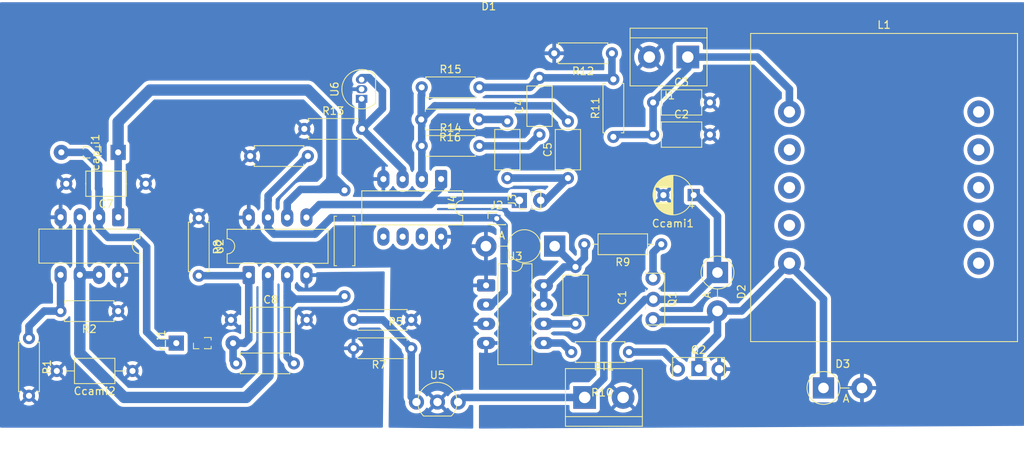
<source format=kicad_pcb>
(kicad_pcb (version 20241229) (generator "pcbnew") (generator_version "9.0")
  (layers (0 "F.Cu" signal) (2 "B.Cu" signal) (13 "F.Paste" user) (15 "B.Paste" user) (5 "F.SilkS" user "F.Silkscreen") (7 "B.SilkS" user "B.Silkscreen") (1 "F.Mask" user) (3 "B.Mask" user) (25 "Edge.Cuts" user))
  (net 0 "")
  (net 1 "Vref")
  (net 2 "GND")
  (net 3 "Net-(U1A--)")
  (net 4 "Net-(U2B--)")
  (net 5 "Net-(r_i1-Pin_2)")
  (net 6 "Net-(U2A-+)")
  (net 7 "Vin")
  (net 8 "Net-(U1A-+)")
  (net 9 "Net-(U1B-+)")
  (net 10 "Net-(U3-VS)")
  (net 11 "Net-(D1-K)")
  (net 12 "Net-(J1-Pin_1)")
  (net 13 "Net-(C4-Pad2)")
  (net 14 "Net-(C4-Pad1)")
  (net 15 "Net-(U4A--)")
  (net 16 "Net-(C6-Pad2)")
  (net 17 "Vreg")
  (net 18 "Net-(D2-A)")
  (net 19 "Net-(Q1-G)")
  (net 20 "Net-(Q2-G)")
  (net 21 "Net-(U5-ADJ)")
  (net 22 "Net-(J2-Pin_1)")
  (net 23 "Net-(U3-LO)")
  (net 24 "Net-(U4A-+)")
  (net 25 "Net-(J3-Pin_2)")
  (footprint "Package_TO_SOT_THT:SIPAK_Vertical" (layer "F.Cu") (at 164.965 103.51)
    (property "Reference" "Q2" (at 2.286 -2.54 0) (layer "F.SilkS"))
    (property "Value" "NMOS")
    (pad "1" thru_hole rect (at 2.340846 -0.0785) (size 2 2) (drill 1.1) (layers "*.Cu" "*.Mask") (net 18 "Net-(D2-A)"))
    (pad "2" thru_hole oval (at -0.5 0) (size 2 2) (drill 1.1) (layers "*.Cu" "*.Mask") (net 20 "Net-(Q2-G)"))
    (pad "3" thru_hole oval (at 5 0) (size 2 2) (drill 1.1) (layers "*.Cu" "*.Mask") (net 2 "GND"))
  )
  (footprint "Diode_THT:D_5W_P5.08mm_Vertical_AnodeUp" (layer "F.Cu") (at 169.75 90.73995 -90)
    (property "Reference" "D2" (at 2.54 -3.174899 90) (layer "F.SilkS"))
    (property "Value" "D")
    (fp_text user "A" (at 2.98 1.4 90) (layer "F.SilkS"))
    (pad "1" thru_hole rect (at 0 0 270) (size 2.8 2.8) (drill 1.4) (layers "*.Cu" "*.Mask") (net 7 "Vin"))
    (pad "2" thru_hole oval (at 5.08 0 270) (size 2.8 2.8) (drill 1.4) (layers "*.Cu" "*.Mask") (net 18 "Net-(D2-A)"))
  )
  (footprint "Resistor_THT:R_Axial_DIN0207_L6.3mm_D2.5mm_P7.62mm_Horizontal" (layer "F.Cu") (at 150.44 101.25)
    (property "Reference" "R10" (at 4.08 5.36 0) (layer "F.SilkS"))
    (property "Value" "R")
    (pad "1" thru_hole circle (at 0 0) (size 1.6 1.6) (drill 0.8) (layers "*.Cu" "*.Mask") (net 23 "Net-(U3-LO)"))
    (pad "2" thru_hole oval (at 7.62 0) (size 1.6 1.6) (drill 0.8) (layers "*.Cu" "*.Mask") (net 20 "Net-(Q2-G)"))
  )
  (footprint "Resistor_THT:R_Axial_DIN0207_L6.3mm_D2.5mm_P7.62mm_Horizontal" (layer "F.Cu") (at 101.25 83.54 -90)
    (property "Reference" "R8" (at 3.84 -2.48 90) (layer "F.SilkS"))
    (property "Value" "R" (hide yes))
    (pad "1" thru_hole circle (at 0 0 270) (size 1.6 1.6) (drill 0.8) (layers "*.Cu" "*.Mask") (net 17 "Vreg"))
    (pad "2" thru_hole circle (at 7.62 0 270) (size 1.6 1.6) (drill 0.8) (layers "*.Cu" "*.Mask") (net 5 "Net-(r_i1-Pin_2)"))
  )
  (footprint "Resistor_THT:R_Axial_DIN0207_L6.3mm_D2.5mm_P7.62mm_Horizontal" (layer "F.Cu") (at 129.31 97 180)
    (property "Reference" "R5" (at 2.06 -0.25 0) (layer "F.SilkS"))
    (property "Value" "R")
    (pad "1" thru_hole circle (at 0 0 180) (size 1.6 1.6) (drill 0.8) (layers "*.Cu" "*.Mask") (net 17 "Vreg"))
    (pad "2" thru_hole oval (at 7.62 0 180) (size 1.6 1.6) (drill 0.8) (layers "*.Cu" "*.Mask") (net 21 "Net-(U5-ADJ)"))
  )
  (footprint "Capacitor_THT:C_Axial_L5.1mm_D3.1mm_P7.50mm_Horizontal" (layer "F.Cu") (at 161.25 68.25)
    (property "Reference" "C3" (at 3.75 -2.67 0) (layer "F.SilkS"))
    (property "Value" "C")
    (pad "1" thru_hole circle (at 0 0) (size 1.6 1.6) (drill 0.8) (layers "*.Cu" "*.Mask") (net 12 "Net-(J1-Pin_1)"))
    (pad "2" thru_hole circle (at 7.5 0) (size 1.6 1.6) (drill 0.8) (layers "*.Cu" "*.Mask") (net 2 "GND"))
  )
  (footprint "Capacitor_THT:C_Axial_L5.1mm_D3.1mm_P7.50mm_Horizontal" (layer "F.Cu") (at 92.75 79 180)
    (property "Reference" "C7" (at 3.75 -2.67 0) (layer "F.SilkS"))
    (property "Value" "C")
    (pad "1" thru_hole circle (at -1.5 0 180) (size 1.6 1.6) (drill 0.8) (layers "*.Cu" "*.Mask") (net 17 "Vreg"))
    (pad "2" thru_hole circle (at 9 0 180) (size 1.6 1.6) (drill 0.8) (layers "*.Cu" "*.Mask") (net 2 "GND"))
  )
  (footprint "Package_TO_SOT_THT:TO-92_Inline" (layer "F.Cu") (at 122.75 67.77 90)
    (property "Reference" "U6" (at 1.27 -3.56 90) (layer "F.SilkS"))
    (property "Value" "TL431LP")
    (pad "1" thru_hole rect (at 0 0 90) (size 1.05 1.5) (drill 0.75) (layers "*.Cu" "*.Mask") (net 24 "Net-(U4A-+)"))
    (pad "2" thru_hole oval (at 1.27 0 90) (size 1.05 1.5) (drill 0.75) (layers "*.Cu" "*.Mask") (net 2 "GND"))
    (pad "3" thru_hole oval (at 2.54 0 90) (size 1.05 1.5) (drill 0.75) (layers "*.Cu" "*.Mask") (net 24 "Net-(U4A-+)"))
  )
  (footprint "Resistor_THT:R_Axial_DIN0207_L6.3mm_D2.5mm_P7.62mm_Horizontal" (layer "F.Cu") (at 138.25 70.5 180)
    (property "Reference" "R16" (at 3.81 -2.37 0) (layer "F.SilkS"))
    (property "Value" "R")
    (pad "1" thru_hole circle (at 0 0 180) (size 1.6 1.6) (drill 0.8) (layers "*.Cu" "*.Mask") (net 16 "Net-(C6-Pad2)"))
    (pad "2" thru_hole oval (at 7.62 0 180) (size 1.6 1.6) (drill 0.8) (layers "*.Cu" "*.Mask") (net 15 "Net-(U4A--)"))
  )
  (footprint "Connector_PinHeader_1.27mm:PinHeader_1x02_P1.27mm_Vertical" (layer "F.Cu") (at 144.4 81.2 90)
    (property "Reference" "J3" (at 0 -1.745 90) (layer "F.SilkS"))
    (property "Value" "Conn_01x02")
    (pad "1" thru_hole rect (at 0 -0.81 90) (size 2 2) (drill 1) (layers "*.Cu" "*.Mask") (net 1 "Vref"))
    (pad "2" thru_hole circle (at 0 2 90) (size 2 2) (drill 1) (layers "*.Cu" "*.Mask") (net 25 "Net-(J3-Pin_2)"))
  )
  (footprint "Package_DIP:CERDIP-8_W7.62mm_SideBrazed_LongPads" (layer "F.Cu") (at 139.19 92.44)
    (property "Reference" "U3" (at 3.81 -3.855 0) (layer "F.SilkS"))
    (property "Value" "IR2104")
    (pad "1" thru_hole roundrect (at 0 0) (size 2.4 1.6) (drill 0.8) (layers "*.Cu" "*.Mask") (roundrect_rratio 0.15625) (net 17 "Vreg"))
    (pad "2" thru_hole oval (at 0 2.54) (size 2.4 1.6) (drill 0.8) (layers "*.Cu" "*.Mask") (net 22 "Net-(J2-Pin_1)"))
    (pad "3" thru_hole oval (at 0 5.08) (size 2.4 1.6) (drill 0.8) (layers "*.Cu" "*.Mask") (net 17 "Vreg"))
    (pad "4" thru_hole oval (at 0 7.62) (size 2.4 1.6) (drill 0.8) (layers "*.Cu" "*.Mask") (net 2 "GND"))
    (pad "5" thru_hole oval (at 7.62 7.62) (size 2.4 1.6) (drill 0.8) (layers "*.Cu" "*.Mask") (net 23 "Net-(U3-LO)"))
    (pad "6" thru_hole oval (at 7.62 5.08) (size 2.4 1.6) (drill 0.8) (layers "*.Cu" "*.Mask") (net 10 "Net-(U3-VS)"))
    (pad "7" thru_hole oval (at 7.62 2.54) (size 2.4 1.6) (drill 0.8) (layers "*.Cu" "*.Mask") (net 11 "Net-(D1-K)"))
    (pad "8" thru_hole oval (at 7.62 0) (size 2.4 1.6) (drill 0.8) (layers "*.Cu" "*.Mask") (net 11 "Net-(D1-K)"))
  )
  (footprint "Resistor_THT:R_Axial_DIN0207_L6.3mm_D2.5mm_P7.62mm_Horizontal" (layer "F.Cu") (at 90.6 95.84 180)
    (property "Reference" "R2" (at 3.81 -2.37 0) (layer "F.SilkS"))
    (property "Value" "100k")
    (pad "1" thru_hole circle (at 0 0 180) (size 1.6 1.6) (drill 0.8) (layers "*.Cu" "*.Mask") (net 17 "Vreg"))
    (pad "2" thru_hole circle (at 7.62 0 180) (size 1.6 1.6) (drill 0.8) (layers "*.Cu" "*.Mask") (net 9 "Net-(U1B-+)"))
  )
  (footprint "Capacitor_THT:C_Axial_L5.1mm_D3.1mm_P7.50mm_Horizontal" (layer "F.Cu") (at 146.25 72.5 90)
    (property "Reference" "C4" (at 3.75 -2.67 90) (layer "F.SilkS"))
    (property "Value" "C")
    (pad "1" thru_hole circle (at 0 0 90) (size 1.6 1.6) (drill 0.8) (layers "*.Cu" "*.Mask") (net 14 "Net-(C4-Pad1)"))
    (pad "2" thru_hole circle (at 7.5 0 90) (size 1.6 1.6) (drill 0.8) (layers "*.Cu" "*.Mask") (net 13 "Net-(C4-Pad2)"))
  )
  (footprint "Package_DIP:CERDIP-8_W7.62mm_SideBrazed_LongPads" (layer "F.Cu") (at 90.62 83.43 -90)
    (property "Reference" "U1" (hide yes))
    (property "Value" "TL072")
    (pad "1" thru_hole roundrect (at 0 0 270) (size 2.4 1.6) (drill 0.8) (layers "*.Cu" "*.Mask") (roundrect_rratio 0.15625) (net 4 "Net-(U2B--)"))
    (pad "2" thru_hole oval (at 0 2.54 270) (size 2.4 1.6) (drill 0.8) (layers "*.Cu" "*.Mask") (net 3 "Net-(U1A--)"))
    (pad "3" thru_hole oval (at 0 5.08 270) (size 2.4 1.6) (drill 0.8) (layers "*.Cu" "*.Mask") (net 8 "Net-(U1A-+)"))
    (pad "4" thru_hole oval (at 0 7.62 270) (size 2.4 1.6) (drill 0.8) (layers "*.Cu" "*.Mask") (net 2 "GND"))
    (pad "5" thru_hole oval (at 7.62 7.62 270) (size 2.4 1.6) (drill 0.8) (layers "*.Cu" "*.Mask") (net 9 "Net-(U1B-+)"))
    (pad "6" thru_hole oval (at 7.62 5.08 270) (size 2.4 1.6) (drill 0.8) (layers "*.Cu" "*.Mask") (net 8 "Net-(U1A-+)"))
    (pad "7" thru_hole oval (at 7.62 2.54 270) (size 2.4 1.6) (drill 0.8) (layers "*.Cu" "*.Mask") (net 8 "Net-(U1A-+)"))
    (pad "8" thru_hole oval (at 7.62 0 270) (size 2.4 1.6) (drill 0.8) (layers "*.Cu" "*.Mask") (net 17 "Vreg"))
  )
  (footprint "Resistor_THT:R_Axial_DIN0207_L6.3mm_D2.5mm_P7.62mm_Horizontal" (layer "F.Cu") (at 78.83 99.41 -90)
    (property "Reference" "R1" (at 3.81 -2.37 90) (layer "F.SilkS"))
    (property "Value" "R")
    (pad "1" thru_hole circle (at 0 0 270) (size 1.6 1.6) (drill 0.8) (layers "*.Cu" "*.Mask") (net 9 "Net-(U1B-+)"))
    (pad "2" thru_hole circle (at 7.62 0 270) (size 1.6 1.6) (drill 0.8) (layers "*.Cu" "*.Mask") (net 2 "GND"))
  )
  (footprint "Capacitor_THT:C_Axial_L5.1mm_D3.1mm_P7.50mm_Horizontal" (layer "F.Cu") (at 107 97)
    (property "Reference" "C8" (at 3.75 -2.67 0) (layer "F.SilkS"))
    (property "Value" "C")
    (pad "1" thru_hole circle (at -1.5 0) (size 1.6 1.6) (drill 0.8) (layers "*.Cu" "*.Mask") (net 17 "Vreg"))
    (pad "2" thru_hole circle (at 8.5 0) (size 1.6 1.6) (drill 0.8) (layers "*.Cu" "*.Mask") (net 2 "GND"))
  )
  (footprint "Capacitor_THT:C_Axial_L5.1mm_D3.1mm_P7.50mm_Horizontal" (layer "F.Cu") (at 161.25 72.5)
    (property "Reference" "C2" (at 3.75 -2.67 0) (layer "F.SilkS"))
    (property "Value" "C")
    (pad "1" thru_hole circle (at 0 0) (size 1.6 1.6) (drill 0.8) (layers "*.Cu" "*.Mask") (net 12 "Net-(J1-Pin_1)"))
    (pad "2" thru_hole circle (at 7.5 0) (size 1.6 1.6) (drill 0.8) (layers "*.Cu" "*.Mask") (net 2 "GND"))
  )
  (footprint "Transformer_THT:Transformer_CHK_EI38-3VA_Neutral" (layer "F.Cu") (at 179.25 89.5)
    (property "Reference" "L1" (at 12.5 -31.5 0) (layer "F.SilkS"))
    (property "Value" "L")
    (pad "1" thru_hole circle (at 0 -20) (size 3 3) (drill 1.5) (layers "*.Cu" "*.Mask") (net 12 "Net-(J1-Pin_1)"))
    (pad "2" thru_hole circle (at 0 0) (size 3 3) (drill 1.5) (layers "*.Cu" "*.Mask") (net 18 "Net-(D2-A)"))
    (pad "3" thru_hole circle (at 0 -10) (size 3 3) (drill 1.5) (layers "*.Cu" "*.Mask"))
    (pad "4" thru_hole circle (at 0 -15) (size 3 3) (drill 1.5) (layers "*.Cu" "*.Mask"))
    (pad "5" thru_hole circle (at 0 -5) (size 3 3) (drill 1.5) (layers "*.Cu" "*.Mask"))
    (pad "6" thru_hole circle (at 25 -20) (size 3 3) (drill 1.5) (layers "*.Cu" "*.Mask"))
    (pad "7" thru_hole circle (at 25 -15) (size 3 3) (drill 1.5) (layers "*.Cu" "*.Mask"))
    (pad "8" thru_hole circle (at 25 -10) (size 3 3) (drill 1.5) (layers "*.Cu" "*.Mask"))
    (pad "9" thru_hole circle (at 25 -5) (size 3 3) (drill 1.5) (layers "*.Cu" "*.Mask"))
    (pad "10" thru_hole circle (at 25 0) (size 3 3) (drill 1.5) (layers "*.Cu" "*.Mask"))
  )
  (footprint "Capacitor_THT:C_Axial_L5.1mm_D3.1mm_P10.00mm_Horizontal" (layer "F.Cu") (at 92.5 103.75 180)
    (property "Reference" "Ccami2" (at 5 -2.67 0) (layer "F.SilkS"))
    (property "Value" "10u")
    (pad "1" thru_hole circle (at 0 0 180) (size 1.6 1.6) (drill 0.8) (layers "*.Cu" "*.Mask") (net 17 "Vreg"))
    (pad "2" thru_hole circle (at 10 0 180) (size 1.6 1.6) (drill 0.8) (layers "*.Cu" "*.Mask") (net 2 "GND"))
  )
  (footprint "Package_TO_SOT_THT:TO-92_Inline" (layer "F.Cu") (at 131.5 107.86)
    (property "Reference" "U5" (at 1.27 -3.56 0) (layer "F.SilkS"))
    (property "Value" "LM317L_SOT-89")
    (pad "1" thru_hole circle (at -1.5 0) (size 2 2) (drill 1.1) (layers "*.Cu" "*.Mask") (net 21 "Net-(U5-ADJ)"))
    (pad "2" thru_hole circle (at 1.27 0) (size 2 2) (drill 1.1) (layers "*.Cu" "*.Mask") (net 17 "Vreg"))
    (pad "3" thru_hole circle (at 4 0) (size 2 2) (drill 1.1) (layers "*.Cu" "*.Mask") (net 7 "Vin"))
  )
  (footprint "Resistor_THT:R_Axial_DIN0207_L6.3mm_D2.5mm_P7.62mm_Horizontal" (layer "F.Cu") (at 156 72.81 90)
    (property "Reference" "R11" (at 3.81 -2.37 90) (layer "F.SilkS"))
    (property "Value" "R")
    (pad "1" thru_hole circle (at 0 0 90) (size 1.6 1.6) (drill 0.8) (layers "*.Cu" "*.Mask") (net 12 "Net-(J1-Pin_1)"))
    (pad "2" thru_hole oval (at 7.62 0 90) (size 1.6 1.6) (drill 0.8) (layers "*.Cu" "*.Mask") (net 13 "Net-(C4-Pad2)"))
  )
  (footprint "Capacitor_THT:C_Axial_L5.1mm_D3.1mm_P7.50mm_Horizontal" (layer "F.Cu") (at 150 78.25 90)
    (property "Reference" "C5" (at 3.75 -2.67 90) (layer "F.SilkS"))
    (property "Value" "C")
    (pad "1" thru_hole circle (at 0 0 90) (size 1.6 1.6) (drill 0.8) (layers "*.Cu" "*.Mask") (net 25 "Net-(J3-Pin_2)"))
    (pad "2" thru_hole circle (at 7.5 0 90) (size 1.6 1.6) (drill 0.8) (layers "*.Cu" "*.Mask") (net 15 "Net-(U4A--)"))
  )
  (footprint "Diode_THT:D_5W_P5.08mm_Vertical_AnodeUp" (layer "F.Cu") (at 183.75 106)
    (property "Reference" "D3" (at 2.54 -3.174899 0) (layer "F.SilkS"))
    (property "Value" "D")
    (fp_text user "A" (at 2.98 1.4 0) (layer "F.SilkS"))
    (pad "1" thru_hole rect (at 0 0) (size 2.8 2.8) (drill 1.4) (layers "*.Cu" "*.Mask") (net 18 "Net-(D2-A)"))
    (pad "2" thru_hole oval (at 5.08 0) (size 2.8 2.8) (drill 1.4) (layers "*.Cu" "*.Mask") (net 2 "GND"))
  )
  (footprint "Resistor_THT:R_Axial_DIN0207_L6.3mm_D2.5mm_P7.62mm_Horizontal" (layer "F.Cu") (at 113.81 102.75 180)
    (property "Reference" "R3" (hide yes))
    (property "Value" "50k" (hide yes))
    (pad "1" thru_hole circle (at 0 0 180) (size 1.6 1.6) (drill 0.8) (layers "*.Cu" "*.Mask") (net 6 "Net-(U2A-+)"))
    (pad "2" thru_hole circle (at 7.62 0 180) (size 1.6 1.6) (drill 0.8) (layers "*.Cu" "*.Mask") (net 5 "Net-(r_i1-Pin_2)"))
  )
  (footprint "Resistor_THT:R_Axial_DIN0207_L6.3mm_D2.5mm_P7.62mm_Horizontal" (layer "F.Cu") (at 130.69 66.25)
    (property "Reference" "R15" (at 3.81 -2.37 0) (layer "F.SilkS"))
    (property "Value" "R")
    (pad "1" thru_hole circle (at 0 0) (size 1.6 1.6) (drill 0.8) (layers "*.Cu" "*.Mask") (net 15 "Net-(U4A--)"))
    (pad "2" thru_hole oval (at 7.62 0) (size 1.6 1.6) (drill 0.8) (layers "*.Cu" "*.Mask") (net 13 "Net-(C4-Pad2)"))
  )
  (footprint "TerminalBlock:TerminalBlock_bornier-2_P5.08mm" (layer "F.Cu") (at 165.83 62.25 180)
    (property "Reference" "J1" (at 2.54 -5.08 0) (layer "F.SilkS"))
    (property "Value" "Conn_01x02_Pin")
    (pad "1" thru_hole rect (at 0 0 180) (size 3 3) (drill 1.52) (layers "*.Cu" "*.Mask") (net 12 "Net-(J1-Pin_1)"))
    (pad "2" thru_hole circle (at 5.08 0 180) (size 3 3) (drill 1.52) (layers "*.Cu" "*.Mask") (net 2 "GND"))
  )
  (footprint "Resistor_THT:R_Axial_DIN0207_L6.3mm_D2.5mm_P10.16mm_Horizontal" (layer "F.Cu") (at 162.33 87 180)
    (property "Reference" "R9" (at 5.08 -2.37 0) (layer "F.SilkS"))
    (property "Value" "R")
    (pad "1" thru_hole circle (at 0 0 180) (size 1.6 1.6) (drill 0.8) (layers "*.Cu" "*.Mask") (net 19 "Net-(Q1-G)"))
    (pad "2" thru_hole oval (at 10.16 0 180) (size 1.6 1.6) (drill 0.8) (layers "*.Cu" "*.Mask") (net 11 "Net-(D1-K)"))
  )
  (footprint "Resistor_THT:R_Axial_DIN0207_L6.3mm_D2.5mm_P7.62mm_Horizontal" (layer "F.Cu") (at 115.19 71.75)
    (property "Reference" "R13" (at 3.81 -2.37 0) (layer "F.SilkS"))
    (property "Value" "R")
    (pad "1" thru_hole circle (at 0 0) (size 1.6 1.6) (drill 0.8) (layers "*.Cu" "*.Mask") (net 17 "Vreg"))
    (pad "2" thru_hole oval (at 7.62 0) (size 1.6 1.6) (drill 0.8) (layers "*.Cu" "*.Mask") (net 24 "Net-(U4A-+)"))
  )
  (footprint "Resistor_THT:R_Axial_DIN0207_L6.3mm_D2.5mm_P7.62mm_Horizontal" (layer "F.Cu") (at 155.81 61.75 180)
    (property "Reference" "R12" (at 3.81 -2.37 0) (layer "F.SilkS"))
    (property "Value" "R")
    (pad "1" thru_hole circle (at 0 0 180) (size 1.6 1.6) (drill 0.8) (layers "*.Cu" "*.Mask") (net 13 "Net-(C4-Pad2)"))
    (pad "2" thru_hole oval (at 7.62 0 180) (size 1.6 1.6) (drill 0.8) (layers "*.Cu" "*.Mask") (net 2 "GND"))
  )
  (footprint "Resistor_THT:R_Axial_DIN0207_L6.3mm_D2.5mm_P7.62mm_Horizontal" (layer "F.Cu") (at 120.5 90.37 90)
    (property "Reference" "R4" (hide yes))
    (property "Value" "47k" (hide yes))
    (pad "1" thru_hole circle (at -3.5 0 90) (size 1.6 1.6) (drill 0.8) (layers "*.Cu" "*.Mask") (net 6 "Net-(U2A-+)"))
    (pad "2" thru_hole circle (at 10.5 0 90) (size 1.6 1.6) (drill 0.8) (layers "*.Cu" "*.Mask") (net 4 "Net-(U2B--)"))
  )
  (footprint "Connector_PinHeader_1.27mm:PinHeader_1x01_P1.27mm_Vertical" (layer "F.Cu") (at 140.6 83.6)
    (property "Reference" "J2" (at 0 -1.745 0) (layer "F.SilkS"))
    (property "Value" "Conn_01x01")
    (pad "1" thru_hole rect (at 0 0) (size 1 1) (drill 0.65) (layers "*.Cu" "*.Mask") (net 22 "Net-(J2-Pin_1)"))
  )
  (footprint "Package_DIP:CERDIP-8_W7.62mm_SideBrazed_LongPads" (layer "F.Cu") (at 107.85 91.08 90)
    (property "Reference" "U2" (at 3.81 -3.855 90) (layer "F.SilkS"))
    (property "Value" "LM393")
    (pad "1" thru_hole roundrect (at 0 0 90) (size 2.4 1.6) (drill 0.8) (layers "*.Cu" "*.Mask") (roundrect_rratio 0.15625) (net 5 "Net-(r_i1-Pin_2)"))
    (pad "2" thru_hole oval (at 0 2.54 90) (size 2.4 1.6) (drill 0.8) (layers "*.Cu" "*.Mask") (net 8 "Net-(U1A-+)"))
    (pad "3" thru_hole oval (at 0 5.08 90) (size 2.4 1.6) (drill 0.8) (layers "*.Cu" "*.Mask") (net 6 "Net-(U2A-+)"))
    (pad "4" thru_hole oval (at 0 7.62 90) (size 2.4 1.6) (drill 0.8) (layers "*.Cu" "*.Mask") (net 2 "GND"))
    (pad "5" thru_hole oval (at 7.62 7.62 90) (size 2.4 1.6) (drill 0.8) (layers "*.Cu" "*.Mask") (net 1 "Vref"))
    (pad "6" thru_hole oval (at 7.62 5.08 90) (size 2.4 1.6) (drill 0.8) (layers "*.Cu" "*.Mask") (net 4 "Net-(U2B--)"))
    (pad "7" thru_hole oval (at 7.62 2.54 90) (size 2.4 1.6) (drill 0.8) (layers "*.Cu" "*.Mask") (net 22 "Net-(J2-Pin_1)"))
    (pad "8" thru_hole oval (at 7.62 0 90) (size 2.4 1.6) (drill 0.8) (layers "*.Cu" "*.Mask") (net 17 "Vreg"))
  )
  (footprint "Capacitor_THT:C_Axial_L5.1mm_D3.1mm_P7.50mm_Horizontal" (layer "F.Cu") (at 142 78.25 90)
    (property "Reference" "C6" (hide yes))
    (property "Value" "C" (hide yes))
    (pad "1" thru_hole circle (at 0 0 90) (size 1.6 1.6) (drill 0.8) (layers "*.Cu" "*.Mask") (net 25 "Net-(J3-Pin_2)"))
    (pad "2" thru_hole circle (at 7.5 0 90) (size 1.6 1.6) (drill 0.8) (layers "*.Cu" "*.Mask") (net 16 "Net-(C6-Pad2)"))
  )
  (footprint "Package_TO_SOT_THT:SIPAK_Vertical" (layer "F.Cu") (at 161.24 91.965 -90)
    (property "Reference" "Q1" (at 2.286 -2.54 90) (layer "F.SilkS"))
    (property "Value" "NMOS")
    (pad "1" thru_hole circle (at 2.319903 -0.043596 270) (size 2 2) (drill 1.1) (layers "*.Cu" "*.Mask") (net 7 "Vin"))
    (pad "2" thru_hole oval (at -0.5 0 270) (size 2 2) (drill 1.1) (layers "*.Cu" "*.Mask") (net 19 "Net-(Q1-G)"))
    (pad "3" thru_hole oval (at 5 0 270) (size 2 2) (drill 1.1) (layers "*.Cu" "*.Mask") (net 18 "Net-(D2-A)"))
  )
  (footprint "TerminalBlock:TerminalBlock_bornier-2_P5.08mm" (layer "F.Cu") (at 152.21 107.25)
    (property "Reference" "BT1" (at 2.54 -4.08 0) (layer "F.SilkS"))
    (property "Value" "Battery")
    (pad "1" thru_hole rect (at 0 0) (size 3 3) (drill 1.52) (layers "*.Cu" "*.Mask") (net 7 "Vin"))
    (pad "2" thru_hole circle (at 5.08 0) (size 3 3) (drill 1.52) (layers "*.Cu" "*.Mask") (net 2 "GND"))
  )
  (footprint "Resistor_THT:R_Axial_DIN0207_L6.3mm_D2.5mm_P7.62mm_Horizontal" (layer "F.Cu") (at 129.31 100.75 180)
    (property "Reference" "R7" (at 4.25 -2.18 0) (layer "F.SilkS"))
    (property "Value" "R")
    (pad "1" thru_hole circle (at 0 0 180) (size 1.6 1.6) (drill 0.8) (layers "*.Cu" "*.Mask") (net 21 "Net-(U5-ADJ)"))
    (pad "2" thru_hole oval (at 7.62 0 180) (size 1.6 1.6) (drill 0.8) (layers "*.Cu" "*.Mask") (net 2 "GND"))
  )
  (footprint "Package_DIP:CERDIP-8_W7.62mm_SideBrazed_LongPads" (layer "F.Cu") (at 133.25 78.38 -90)
    (property "Reference" "U4" (at 3.12 -1.5 90) (layer "F.SilkS"))
    (property "Value" "TL072")
    (pad "1" thru_hole roundrect (at 0 0 270) (size 2.4 1.6) (drill 0.8) (layers "*.Cu" "*.Mask") (roundrect_rratio 0.15625) (net 25 "Net-(J3-Pin_2)"))
    (pad "2" thru_hole oval (at 0 2.54 270) (size 2.4 1.6) (drill 0.8) (layers "*.Cu" "*.Mask") (net 15 "Net-(U4A--)"))
    (pad "3" thru_hole oval (at 0 5.08 270) (size 2.4 1.6) (drill 0.8) (layers "*.Cu" "*.Mask") (net 24 "Net-(U4A-+)"))
    (pad "4" thru_hole oval (at 0 7.62 270) (size 2.4 1.6) (drill 0.8) (layers "*.Cu" "*.Mask") (net 2 "GND"))
    (pad "5" thru_hole oval (at 7.62 7.62 270) (size 2.4 1.6) (drill 0.8) (layers "*.Cu" "*.Mask"))
    (pad "6" thru_hole oval (at 7.62 5.08 270) (size 2.4 1.6) (drill 0.8) (layers "*.Cu" "*.Mask"))
    (pad "7" thru_hole oval (at 7.62 2.54 270) (size 2.4 1.6) (drill 0.8) (layers "*.Cu" "*.Mask"))
    (pad "8" thru_hole oval (at 7.62 0 270) (size 2.4 1.6) (drill 0.8) (layers "*.Cu" "*.Mask") (net 17 "Vreg"))
  )
  (footprint "Resistor_THT:R_Axial_DIN0207_L6.3mm_D2.5mm_P7.62mm_Horizontal" (layer "F.Cu") (at 130.69 74)
    (property "Reference" "R14" (at 3.81 -2.37 0) (layer "F.SilkS"))
    (property "Value" "R")
    (pad "1" thru_hole circle (at 0 0) (size 1.6 1.6) (drill 0.8) (layers "*.Cu" "*.Mask") (net 15 "Net-(U4A--)"))
    (pad "2" thru_hole oval (at 7.62 0) (size 1.6 1.6) (drill 0.8) (layers "*.Cu" "*.Mask") (net 14 "Net-(C4-Pad1)"))
  )
  (footprint "Connector_PinHeader_1.00mm:PinHeader_1x02_P1.00mm_Vertical" (layer "F.Cu") (at 101.28 100.07 90)
    (property "Reference" "r_i1" (at 0.36 -4.98 90) (layer "F.SilkS"))
    (property "Value" "Conn_01x02_Pin")
    (pad "1" thru_hole rect (at 0 -3 90) (size 2 2) (drill 0.8) (layers "*.Cu" "*.Mask" "Eco2.User") (net 3 "Net-(U1A--)"))
    (pad "2" thru_hole circle (at 0 4.5 90) (size 2 2) (drill 0.8) (layers "*.Cu" "*.Mask") (net 5 "Net-(r_i1-Pin_2)"))
  )
  (footprint "Capacitor_THT:C_Axial_L5.1mm_D3.1mm_P7.50mm_Horizontal" (layer "F.Cu") (at 151 90 -90)
    (property "Reference" "C1" (at 4.06995 -6.17 90) (layer "F.SilkS"))
    (property "Value" "10n")
    (pad "1" thru_hole circle (at 0 0 270) (size 1.6 1.6) (drill 0.8) (layers "*.Cu" "*.Mask") (net 11 "Net-(D1-K)"))
    (pad "2" thru_hole circle (at 7.5 0 270) (size 1.6 1.6) (drill 0.8) (layers "*.Cu" "*.Mask") (net 10 "Net-(U3-VS)"))
  )
  (footprint "Capacitor_THT:CP_Radial_D5.0mm_P2.50mm" (layer "F.Cu") (at 165.1125 80.5 180)
    (property "Reference" "Ccami1" (at 1.25 -3.75 0) (layer "F.SilkS"))
    (property "Value" "470u")
    (pad "1" thru_hole rect (at -1.5 0 180) (size 1.6 1.6) (drill 0.8) (layers "*.Cu" "*.Mask") (net 7 "Vin"))
    (pad "2" thru_hole circle (at 2.5 0 180) (size 1.6 1.6) (drill 0.8) (layers "*.Cu" "*.Mask") (net 2 "GND"))
  )
  (footprint "Diode_THT:D_5W_P5.08mm_Vertical_AnodeUp" (layer "F.Cu") (at 144.25 87.25 180)
    (property "Reference" "D1" (at 4.7085 31.693745 0) (layer "F.SilkS"))
    (property "Value" "D")
    (fp_text user "A" (at 2.98 1.4 0) (layer "F.SilkS"))
    (pad "1" thru_hole rect (at -4 0 180) (size 2.8 2.8) (drill 1.4) (layers "*.Cu" "*.Mask") (net 11 "Net-(D1-K)"))
    (pad "2" thru_hole oval (at 5.08 0 180) (size 2.8 2.8) (drill 1.4) (layers "*.Cu" "*.Mask") (net 17 "Vreg"))
  )
  (footprint "Resistor_THT:R_Axial_DIN0207_L6.3mm_D2.5mm_P7.62mm_Horizontal" (layer "F.Cu") (at 115.66 75.34 180)
    (property "Reference" "R6" (hide yes))
    (property "Value" "1k")
    (pad "1" thru_hole circle (at 0 0 180) (size 1.6 1.6) (drill 0.8) (layers "*.Cu" "*.Mask") (net 22 "Net-(J2-Pin_1)"))
    (pad "2" thru_hole circle (at 7.62 0 180) (size 1.6 1.6) (drill 0.8) (layers "*.Cu" "*.Mask") (net 17 "Vreg"))
  )
  (footprint "Connector_PinHeader_1.00mm:PinHeader_1x02_P1.00mm_Vertical" (layer "F.Cu") (at 87.6 74.85 -90)
    (property "Reference" "cap_i1" (at 0 0 90) (layer "F.SilkS"))
    (property "Value" "Conn_01x02_Pin")
    (pad "1" thru_hole rect (at 0 -3 270) (size 2 2) (drill 0.8) (layers "*.Cu" "*.Mask") (net 4 "Net-(U2B--)"))
    (pad "2" thru_hole circle (at 0 4.5 270) (size 2 2) (drill 0.8) (layers "*.Cu" "*.Mask") (net 3 "Net-(U1A--)"))
  )
  (segment (start 131 81.75) (end 131.85 81.75) (width 1) (layer "B.Cu") (net 1))
  (segment (start 143.9 81.2) (end 132.4 81.2) (width 1) (layer "B.Cu") (net 1))
  (segment (start 115.47 83.46) (end 117.18 81.75) (width 1) (layer "B.Cu") (net 1))
  (segment (start 131.975 80.775) (end 133.25 79.5) (width 1) (layer "B.Cu") (net 1))
  (segment (start 131.85 81.75) (end 132.4 81.2) (width 1) (layer "B.Cu") (net 1))
  (segment (start 115.47 83.46) (end 115.47 83.28) (width 1) (layer "B.Cu") (net 1))
  (segment (start 117.18 81.75) (end 131 81.75) (width 1) (layer "B.Cu") (net 1))
  (segment (start 133.25 79.5) (end 133.25 78.38) (width 1) (layer "B.Cu") (net 1))
  (segment (start 131 81.75) (end 131.975 80.775) (width 1) (layer "B.Cu") (net 1))
  (segment (start 88.02 76.54) (end 88.02 79.63) (width 1) (layer "B.Cu") (net 3))
  (segment (start 95.86 100.07) (end 94.37 98.58) (width 1) (layer "B.Cu") (net 3))
  (segment (start 89.29 86.1) (end 88.08 84.89) (width 1) (layer "B.Cu") (net 3))
  (segment (start 88.02 79.63) (end 88.08 79.69) (width 1) (layer "B.Cu") (net 3))
  (segment (start 98.28 100.07) (end 95.86 100.07) (width 1) (layer "B.Cu") (net 3))
  (segment (start 88.08 84.89) (end 88.08 83.43) (width 1) (layer "B.Cu") (net 3))
  (segment (start 93.1 86.1) (end 89.29 86.1) (width 1) (layer "B.Cu") (net 3))
  (segment (start 86.33 74.85) (end 88.02 76.54) (width 1) (layer "B.Cu") (net 3))
  (segment (start 83.1 74.85) (end 86.33 74.85) (width 1) (layer "B.Cu") (net 3))
  (segment (start 94.37 98.58) (end 94.37 87.37) (width 1) (layer "B.Cu") (net 3))
  (segment (start 88.08 79.69) (end 88.08 83.43) (width 1) (layer "B.Cu") (net 3))
  (segment (start 94.37 87.37) (end 93.1 86.1) (width 1) (layer "B.Cu") (net 3))
  (segment (start 114.69 79.75) (end 117 79.75) (width 1) (layer "B.Cu") (net 4))
  (segment (start 120.38 79.75) (end 120.5 79.87) (width 1) (layer "B.Cu") (net 4))
  (segment (start 118.83 78.25) (end 118.83 69.8) (width 1.5) (layer "B.Cu") (net 4))
  (segment (start 94.82 66.61) (end 90.6 70.83) (width 1.5) (layer "B.Cu") (net 4))
  (segment (start 112.93 81.51) (end 114.69 79.75) (width 1) (layer "B.Cu") (net 4))
  (segment (start 115.64 66.61) (end 94.82 66.61) (width 1.5) (layer "B.Cu") (net 4))
  (segment (start 119.34 79.75) (end 120.38 79.75) (width 1) (layer "B.Cu") (net 4))
  (segment (start 90.66 83.39) (end 90.62 83.43) (width 1) (layer "B.Cu") (net 4))
  (segment (start 117 79.75) (end 118.32 79.75) (width 1) (layer "B.Cu") (net 4))
  (segment (start 118.83 79.24) (end 118.32 79.75) (width 1) (layer "B.Cu") (net 4))
  (segment (start 118.83 79.24) (end 118.83 78.25) (width 1.5) (layer "B.Cu") (net 4))
  (segment (start 118.32 79.75) (end 118.41 79.66) (width 1) (layer "B.Cu") (net 4))
  (segment (start 117 79.75) (end 117.33 79.75) (width 1) (layer "B.Cu") (net 4))
  (segment (start 118.88 78.25) (end 120.5 79.87) (width 1.5) (layer "B.Cu") (net 4))
  (segment (start 119.34 79.75) (end 118.83 79.24) (width 1) (layer "B.Cu") (net 4))
  (segment (start 118.32 79.75) (end 119.34 79.75) (width 1) (layer "B.Cu") (net 4))
  (segment (start 118.83 69.8) (end 115.64 66.61) (width 1.5) (layer "B.Cu") (net 4))
  (segment (start 90.6 74.85) (end 90.6 83.41) (width 1) (layer "B.Cu") (net 4))
  (segment (start 118.83 78.25) (end 118.88 78.25) (width 1.5) (layer "B.Cu") (net 4))
  (segment (start 90.6 70.83) (end 90.6 74.85) (width 1.5) (layer "B.Cu") (net 4))
  (segment (start 90.6 83.41) (end 90.62 83.43) (width 1) (layer "B.Cu") (net 4))
  (segment (start 112.93 83.46) (end 112.93 81.51) (width 1) (layer "B.Cu") (net 4))
  (segment (start 117.33 79.75) (end 118.83 78.25) (width 1) (layer "B.Cu") (net 4))
  (segment (start 107.21 100.07) (end 107.25 100.11) (width 1) (layer "B.Cu") (net 5))
  (segment (start 101.25 91.16) (end 107.77 91.16) (width 1) (layer "B.Cu") (net 5))
  (segment (start 105.78 100.07) (end 107.21 100.07) (width 1) (layer "B.Cu") (net 5))
  (segment (start 105.78 102.34) (end 106.19 102.75) (width 1) (layer "B.Cu") (net 5))
  (segment (start 107.85 99.51) (end 107.85 91.08) (width 1) (layer "B.Cu") (net 5))
  (segment (start 105.78 100.07) (end 105.78 102.34) (width 1) (layer "B.Cu") (net 5))
  (segment (start 107.25 100.11) (end 107.85 99.51) (width 1) (layer "B.Cu") (net 5))
  (segment (start 113.5 94.749) (end 113.999 94.25) (width 1) (layer "B.Cu") (net 6))
  (segment (start 113.999 94.25) (end 120.12 94.25) (width 1) (layer "B.Cu") (net 6))
  (segment (start 112.931 94.749) (end 113.5 94.749) (width 1) (layer "B.Cu") (net 6))
  (segment (start 112.93 95.319) (end 113.5 94.749) (width 1) (layer "B.Cu") (net 6))
  (segment (start 112.93 94.179) (end 113.5 94.749) (width 1) (layer "B.Cu") (net 6))
  (segment (start 112.93 94.75) (end 112.93 95.75) (width 1) (layer "B.Cu") (net 6))
  (segment (start 112.93 93.25) (end 112.93 93.75) (width 1) (layer "B.Cu") (net 6))
  (segment (start 112.93 94.75) (end 112.931 94.749) (width 1) (layer "B.Cu") (net 6))
  (segment (start 112.93 91.08) (end 112.93 93.25) (width 1) (layer "B.Cu") (net 6))
  (segment (start 112.93 101.87) (end 113.81 102.75) (width 1) (layer "B.Cu") (net 6))
  (segment (start 113.93 94.25) (end 112.93 93.25) (width 1) (layer "B.Cu") (net 6))
  (segment (start 112.93 93.75) (end 112.93 94.75) (width 1) (layer "B.Cu") (net 6))
  (segment (start 112.93 93.75) (end 112.93 94.179) (width 1) (layer "B.Cu") (net 6))
  (segment (start 113.999 94.25) (end 113.93 94.25) (width 1) (layer "B.Cu") (net 6))
  (segment (start 112.93 95.75) (end 112.93 101.87) (width 1) (layer "B.Cu") (net 6))
  (segment (start 112.93 95.75) (end 112.93 95.319) (width 1) (layer "B.Cu") (net 6))
  (segment (start 120.12 94.25) (end 120.5 93.87) (width 1) (layer "B.Cu") (net 6))
  (segment (start 152.21 107.25) (end 154.75 104.71) (width 1) (layer "B.Cu") (net 7))
  (segment (start 160.215097 94.284903) (end 161.283596 94.284903) (width 1) (layer "B.Cu") (net 7))
  (segment (start 169.75 83.294888) (end 166.955112 80.5) (width 1) (layer "B.Cu") (net 7))
  (segment (start 152.21 107.25) (end 136.11 107.25) (width 1) (layer "B.Cu") (net 7))
  (segment (start 169.75 90.73995) (end 166.205047 94.284903) (width 1) (layer "B.Cu") (net 7))
  (segment (start 154.75 104.71) (end 154.75 99.75) (width 1) (layer "B.Cu") (net 7))
  (segment (start 166.205047 94.284903) (end 161.283596 94.284903) (width 1) (layer "B.Cu") (net 7))
  (segment (start 161.283596 94.466404) (end 161.283596 94.284903) (width 1) (layer "B.Cu") (net 7))
  (segment (start 136.11 107.25) (end 135.5 107.86) (width 1) (layer "B.Cu") (net 7))
  (segment (start 169.75 90.73995) (end 169.75 83.294888) (width 1) (layer "B.Cu") (net 7))
  (segment (start 154.75 99.75) (end 160.215097 94.284903) (width 1) (layer "B.Cu") (net 7))
  (segment (start 161.07125 94.67875) (end 161.283596 94.466404) (width 1) (layer "B.Cu") (net 7))
  (segment (start 85.54 91.05) (end 85.54 101.4) (width 1.5) (layer "B.Cu") (net 8))
  (segment (start 110.39 104.36) (end 110.39 91.08) (width 1.5) (layer "B.Cu") (net 8))
  (segment (start 107.5 107.25) (end 110.39 104.36) (width 1.5) (layer "B.Cu") (net 8))
  (segment (start 91.39 107.25) (end 107.5 107.25) (width 1.5) (layer "B.Cu") (net 8))
  (segment (start 85.54 91.05) (end 88.08 91.05) (width 1) (layer "B.Cu") (net 8))
  (segment (start 85.54 101.4) (end 91.39 107.25) (width 1.5) (layer "B.Cu") (net 8))
  (segment (start 85.54 83.43) (end 85.54 91.05) (width 1) (layer "B.Cu") (net 8))
  (segment (start 78.83 99.41) (end 78.83 97.83) (width 1) (layer "B.Cu") (net 9))
  (segment (start 82.98 95.84) (end 80.82 95.84) (width 1) (layer "B.Cu") (net 9))
  (segment (start 83 91.05) (end 83 94.99) (width 1) (layer "B.Cu") (net 9))
  (segment (start 78.83 97.83) (end 80.82 95.84) (width 1) (layer "B.Cu") (net 9))
  (segment (start 146.81 97.52) (end 150.98 97.52) (width 1) (layer "B.Cu") (net 10))
  (segment (start 150.98 97.52) (end 151 97.5) (width 1) (layer "B.Cu") (net 10))
  (segment (start 149.5 90) (end 147.06 92.44) (width 1) (layer "B.Cu") (net 11))
  (segment (start 152.17 87) (end 152.17 88.83) (width 1) (layer "B.Cu") (net 11))
  (segment (start 148.25 87.25) (end 151 90) (width 1) (layer "B.Cu") (net 11))
  (segment (start 146.81 92.44) (end 146.81 94.98) (width 1) (layer "B.Cu") (net 11))
  (segment (start 149.5 90) (end 151 90) (width 1) (layer "B.Cu") (net 11))
  (segment (start 147.06 92.44) (end 146.81 92.44) (width 1) (layer "B.Cu") (net 11))
  (segment (start 152.17 88.83) (end 151 90) (width 1) (layer "B.Cu") (net 11))
  (segment (start 147.56 94.98) (end 146.81 94.98) (width 1) (layer "B.Cu") (net 11))
  (segment (start 175 62.25) (end 179.25 66.5) (width 1) (layer "B.Cu") (net 12))
  (segment (start 161.25 72.5) (end 156.31 72.5) (width 1) (layer "B.Cu") (net 12))
  (segment (start 156.31 72.5) (end 156 72.81) (width 1) (layer "B.Cu") (net 12))
  (segment (start 165.83 62.25) (end 175 62.25) (width 1) (layer "B.Cu") (net 12))
  (segment (start 165.83 63.67) (end 161.25 68.25) (width 1) (layer "B.Cu") (net 12))
  (segment (start 161.25 68.25) (end 161.25 72.5) (width 1) (layer "B.Cu") (net 12))
  (segment (start 179.25 66.5) (end 179.25 69.5) (width 1) (layer "B.Cu") (net 12))
  (segment (start 165.83 62.25) (end 165.83 63.67) (width 1) (layer "B.Cu") (net 12))
  (segment (start 155.81 65) (end 156 65.19) (width 1) (layer "B.Cu") (net 13))
  (segment (start 145 66.25) (end 146.25 65) (width 1) (layer "B.Cu") (net 13))
  (segment (start 146.25 65) (end 155.81 65) (width 1) (layer "B.Cu") (net 13))
  (segment (start 155.81 61.75) (end 155.81 65) (width 1) (layer "B.Cu") (net 13))
  (segment (start 138.31 66.25) (end 145 66.25) (width 1) (layer "B.Cu") (net 13))
  (segment (start 144.75 74) (end 146.25 72.5) (width 1) (layer "B.Cu") (net 14))
  (segment (start 138.31 74) (end 144.75 74) (width 1) (layer "B.Cu") (net 14))
  (segment (start 130.71 78.38) (end 130.71 74.02) (width 1) (layer "B.Cu") (net 15))
  (segment (start 132.431 68.699) (end 130.63 70.5) (width 1) (layer "B.Cu") (net 15))
  (segment (start 147.949 68.699) (end 132.431 68.699) (width 1) (layer "B.Cu") (net 15))
  (segment (start 130.63 70.5) (end 130.63 67.31) (width 1) (layer "B.Cu") (net 15))
  (segment (start 130.63 67.31) (end 130.69 67.25) (width 1) (layer "B.Cu") (net 15))
  (segment (start 130.69 70.56) (end 130.63 70.5) (width 1) (layer "B.Cu") (net 15))
  (segment (start 150 70.75) (end 147.949 68.699) (width 1) (layer "B.Cu") (net 15))
  (segment (start 130.69 74) (end 130.69 70.56) (width 1) (layer "B.Cu") (net 15))
  (segment (start 130.71 74.02) (end 130.69 74) (width 1) (layer "B.Cu") (net 15))
  (segment (start 130.69 66.25) (end 130.69 67.25) (width 1) (layer "B.Cu") (net 15))
  (segment (start 138.25 70.5) (end 141.75 70.5) (width 1) (layer "B.Cu") (net 16))
  (segment (start 141.75 70.5) (end 142 70.75) (width 1) (layer "B.Cu") (net 16))
  (segment (start 167.305846 101.444154) (end 169.75 99) (width 1) (layer "B.Cu") (net 18))
  (segment (start 169.75 95.81995) (end 172.93005 95.81995) (width 1) (layer "B.Cu") (net 18))
  (segment (start 172.93005 95.81995) (end 179.25 89.5) (width 1) (layer "B.Cu") (net 18))
  (segment (start 161.24 96.965) (end 168.60495 96.965) (width 1) (layer "B.Cu") (net 18))
  (segment (start 183.75 94.25) (end 183.75 106) (width 1) (layer "B.Cu") (net 18))
  (segment (start 169.75 99) (end 169.75 95.81995) (width 1) (layer "B.Cu") (net 18))
  (segment (start 167.305846 103.4315) (end 167.305846 101.444154) (width 1) (layer "B.Cu") (net 18))
  (segment (start 179.25 89.75) (end 183.75 94.25) (width 1) (layer "B.Cu") (net 18))
  (segment (start 179.25 89.5) (end 179.25 89.75) (width 1) (layer "B.Cu") (net 18))
  (segment (start 168.60495 96.965) (end 169.75 95.81995) (width 1) (layer "B.Cu") (net 18))
  (segment (start 161.24 88.09) (end 162.33 87) (width 1) (layer "B.Cu") (net 19))
  (segment (start 161.24 91.465) (end 161.24 88.09) (width 1) (layer "B.Cu") (net 19))
  (segment (start 162.705 101.25) (end 164.965 103.51) (width 1) (layer "B.Cu") (net 20))
  (segment (start 158.06 101.25) (end 162.705 101.25) (width 1) (layer "B.Cu") (net 20))
  (segment (start 121.69 97) (end 125.56 97) (width 1) (layer "B.Cu") (net 21))
  (segment (start 129.31 107.17) (end 130 107.86) (width 1) (layer "B.Cu") (net 21))
  (segment (start 125.56 97) (end 129.31 100.75) (width 1) (layer "B.Cu") (net 21))
  (segment (start 129.31 100.75) (end 129.31 107.17) (width 1) (layer "B.Cu") (net 21))
  (segment (start 110.41 80.59) (end 110.41 81.18) (width 1) (layer "B.Cu") (net 22))
  (segment (start 110.39 81.2) (end 110.39 83.46) (width 1) (layer "B.Cu") (net 22))
  (segment (start 118.75 83.5) (end 140.5 83.5) (width 1) (layer "B.Cu") (net 22))
  (segment (start 110.39 83.46) (end 110.39 84.86) (width 1) (layer "B.Cu") (net 22))
  (segment (start 140.5 83.5) (end 141.571 84.571) (width 1) (layer "B.Cu") (net 22))
  (segment (start 110.41 81.18) (end 110.39 81.2) (width 1) (layer "B.Cu") (net 22))
  (segment (start 141.571 84.571) (end 141.571 93.335108) (width 1) (layer "B.Cu") (net 22))
  (segment (start 116.589 85.661) (end 118.75 83.5) (width 1) (layer "B.Cu") (net 22))
  (segment (start 139.926108 94.98) (end 139.19 94.98) (width 1) (layer "B.Cu") (net 22))
  (segment (start 115.66 75.34) (end 110.41 80.59) (width 1) (layer "B.Cu") (net 22))
  (segment (start 110.39 84.86) (end 111.191 85.661) (width 1) (layer "B.Cu") (net 22))
  (segment (start 111.191 85.661) (end 116.589 85.661) (width 1) (layer "B.Cu") (net 22))
  (segment (start 141.571 93.335108) (end 139.926108 94.98) (width 1) (layer "B.Cu") (net 22))
  (segment (start 149.25 100.06) (end 150.44 101.25) (width 1) (layer "B.Cu") (net 23))
  (segment (start 146.81 100.06) (end 149.25 100.06) (width 1) (layer "B.Cu") (net 23))
  (segment (start 128.17 78.38) (end 128.17 77.11) (width 1) (layer "B.Cu") (net 24))
  (segment (start 128.17 77.11) (end 122.81 71.75) (width 1) (layer "B.Cu") (net 24))
  (segment (start 122.81 71.75) (end 122.81 68.086) (width 1) (layer "B.Cu") (net 24))
  (segment (start 125.5 66.75) (end 123.724 64.974) (width 1) (layer "B.Cu") (net 24))
  (segment (start 123.724 64.974) (end 122.75 64.974) (width 1) (layer "B.Cu") (net 24))
  (segment (start 122.81 71.75) (end 125.5 69.06) (width 1) (layer "B.Cu") (net 24))
  (segment (start 125.5 69.06) (end 125.5 66.75) (width 1) (layer "B.Cu") (net 24))
  (segment (start 122.81 68.086) (end 122.75 68.026) (width 1) (layer "B.Cu") (net 24))
  (segment (start 147.05 81.2) (end 150 78.25) (width 1) (layer "B.Cu") (net 25))
  (segment (start 142 78.25) (end 150 78.25) (width 1) (layer "B.Cu") (net 25))
  (segment (start 142 78.25) (end 143.952 78.25) (width 1) (layer "B.Cu") (net 25))
  (segment (start 145.9 81.2) (end 147.05 81.2) (width 1) (layer "B.Cu") (net 25))
  (segment (start 141.87 78.38) (end 142 78.25) (width 1) (layer "B.Cu") (net 25))
  (zone (net 17) (net_name "Vreg") (layer "B.Cu") (priority 1) (connect_pads (clearance 0.5)) (min_thickness 0.25) (fill yes (thermal_gap 0.5) (thermal_bridge_width 0.5))
    (polygon (pts (xy 137.5 111.368043) (xy 126.316113 111.25) (xy 126.559534 90.072444) (xy 110.75 90.25) (xy 110.5 104.25) (xy 107.25 107.5) (xy 91.25 107.25) (xy 85.5 101.5) (xy 85.5 83.25) (xy 88.25 83.5) (xy 88.25 76.75) (xy 90.5 76.75) (xy 90.75 70.75) (xy 95 66.75) (xy 115.5 66.25) (xy 119 70) (xy 119.25 79.5) (xy 121 80) (xy 122.25 83.5) (xy 140.5 83.75) (xy 141.75 85) (xy 141.5 93.75) (xy 140.25 95) (xy 140.25 99.5) (xy 137.5 99.5)))
  )
  (zone (net 2) (net_name "GND") (layer "B.Cu") (connect_pads (clearance 0.5)) (min_thickness 0.25) (fill yes (thermal_gap 0.5) (thermal_bridge_width 0.5))
    (polygon (pts (xy 125.566114 111.25) (xy 75 111.25) (xy 75 55) (xy 210.25 55) (xy 210.25 111.011041) (xy 138.25 111.364363) (xy 138.25 99.5) (xy 140.25 99.5) (xy 140.25 95) (xy 141.5 93.75) (xy 141.75 85) (xy 140.5 83.75) (xy 122.25 83.5) (xy 121 80) (xy 119 78) (xy 119 69.5) (xy 115.75 66.75) (xy 95 66.75) (xy 90.75 70.68) (xy 90.5 76.75) (xy 88 76.75) (xy 88.25 83.5) (xy 85.25 83.5) (xy 85.5 101.5) (xy 91.25 107.25) (xy 107.25 107.5) (xy 110.5 104.25) (xy 110.74107 90.7501) (xy 125.80369 90.580933)))
  )
)
</source>
